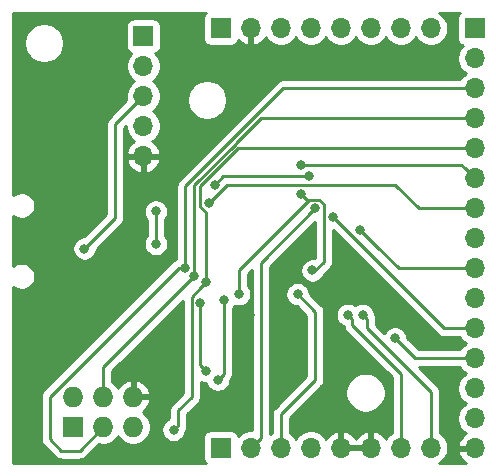
<source format=gbl>
G04 #@! TF.GenerationSoftware,KiCad,Pcbnew,(5.1.5)-3*
G04 #@! TF.CreationDate,2020-07-03T19:02:18-05:00*
G04 #@! TF.ProjectId,PikateaTPM,50696b61-7465-4615-9450-4d2e6b696361,rev?*
G04 #@! TF.SameCoordinates,Original*
G04 #@! TF.FileFunction,Copper,L2,Bot*
G04 #@! TF.FilePolarity,Positive*
%FSLAX46Y46*%
G04 Gerber Fmt 4.6, Leading zero omitted, Abs format (unit mm)*
G04 Created by KiCad (PCBNEW (5.1.5)-3) date 2020-07-03 19:02:18*
%MOMM*%
%LPD*%
G04 APERTURE LIST*
%ADD10O,1.700000X1.700000*%
%ADD11R,1.700000X1.700000*%
%ADD12O,1.727200X1.727200*%
%ADD13R,1.727200X1.727200*%
%ADD14C,0.800000*%
%ADD15C,0.250000*%
%ADD16C,0.254000*%
G04 APERTURE END LIST*
D10*
X128200000Y-105560000D03*
X128200000Y-103020000D03*
X128200000Y-100480000D03*
X128200000Y-97940000D03*
D11*
X128200000Y-95400000D03*
D10*
X156250000Y-130310000D03*
X156250000Y-127770000D03*
X156250000Y-125230000D03*
X156250000Y-122690000D03*
X156250000Y-120150000D03*
X156250000Y-117610000D03*
X156250000Y-115070000D03*
X156250000Y-112530000D03*
X156250000Y-109990000D03*
X156250000Y-107450000D03*
X156250000Y-104910000D03*
X156250000Y-102370000D03*
X156250000Y-99830000D03*
X156250000Y-97290000D03*
D11*
X156250000Y-94750000D03*
D12*
X127330000Y-125960000D03*
X127330000Y-128500000D03*
X124790000Y-125960000D03*
X124790000Y-128500000D03*
X122250000Y-125960000D03*
D13*
X122250000Y-128500000D03*
D10*
X152530000Y-94750000D03*
X149990000Y-94750000D03*
X147450000Y-94750000D03*
X144910000Y-94750000D03*
X142370000Y-94750000D03*
X139830000Y-94750000D03*
X137290000Y-94750000D03*
D11*
X134750000Y-94750000D03*
D10*
X152530000Y-130250000D03*
X149990000Y-130250000D03*
X147450000Y-130250000D03*
X144910000Y-130250000D03*
X142370000Y-130250000D03*
X139830000Y-130250000D03*
X137290000Y-130250000D03*
D11*
X134750000Y-130250000D03*
D14*
X137237347Y-119012653D03*
X139750000Y-123250000D03*
X123000000Y-111500000D03*
X126220000Y-113280000D03*
X136750000Y-124500000D03*
X131000000Y-123500000D03*
X129500000Y-123500000D03*
X124500000Y-117000000D03*
X128200000Y-108200000D03*
X134237347Y-107987347D03*
X142250000Y-107250000D03*
X136274550Y-117250866D03*
X142500000Y-115250000D03*
X141500000Y-108750000D03*
X129250000Y-110250000D03*
X129250000Y-113000000D03*
X123200000Y-113400000D03*
X132500000Y-115750000D03*
X133500000Y-116250000D03*
X130750000Y-128750000D03*
X131750000Y-115000000D03*
X141535473Y-106285473D03*
X135012653Y-117762653D03*
X134500000Y-124500000D03*
X146750000Y-119000000D03*
X145500000Y-119000000D03*
X149500000Y-121000000D03*
X144250000Y-110750000D03*
X133750000Y-109500000D03*
X146550000Y-111805000D03*
X133000000Y-118000000D03*
X133500000Y-123750000D03*
X141250000Y-117250000D03*
X142750000Y-110000000D03*
D15*
X134237347Y-107987347D02*
X134974694Y-107250000D01*
X134974694Y-107250000D02*
X140500000Y-107250000D01*
X140500000Y-107250000D02*
X142250000Y-107250000D01*
X136274550Y-117250866D02*
X136274550Y-115225450D01*
X143098001Y-109274999D02*
X143475001Y-109651999D01*
X143475001Y-109651999D02*
X143475001Y-114524999D01*
X136274550Y-115225450D02*
X142225001Y-109274999D01*
X142225001Y-109274999D02*
X143098001Y-109274999D01*
X143475001Y-114524999D02*
X142750000Y-115250000D01*
X142750000Y-115250000D02*
X142500000Y-115250000D01*
X142225001Y-109274999D02*
X142024999Y-109274999D01*
X142024999Y-109274999D02*
X141500000Y-108750000D01*
X129250000Y-110250000D02*
X129250000Y-113000000D01*
X135012653Y-94432653D02*
X134830000Y-94250000D01*
X123200000Y-113400000D02*
X125800000Y-110800000D01*
X125800000Y-102880000D02*
X128200000Y-100480000D01*
X125800000Y-110800000D02*
X125800000Y-102880000D01*
X124790000Y-123460000D02*
X124790000Y-125960000D01*
X132500000Y-115750000D02*
X124790000Y-123460000D01*
X132500000Y-109040588D02*
X132500000Y-115750000D01*
X156250000Y-102370000D02*
X138130000Y-102370000D01*
X138130000Y-102370000D02*
X136000000Y-104500000D01*
X136000000Y-104500000D02*
X136000000Y-104515282D01*
X136000000Y-104515282D02*
X132500000Y-108015282D01*
X132500000Y-108015282D02*
X132500000Y-109040588D01*
X133100001Y-116649999D02*
X133500000Y-116250000D01*
X132274999Y-117475001D02*
X133100001Y-116649999D01*
X132274999Y-125975001D02*
X132274999Y-117475001D01*
X131149999Y-127100001D02*
X132274999Y-125975001D01*
X131149999Y-128350001D02*
X131149999Y-127100001D01*
X130750000Y-128750000D02*
X131149999Y-128350001D01*
X133500000Y-110323002D02*
X133500000Y-116250000D01*
X133024999Y-109848001D02*
X133500000Y-110323002D01*
X133024999Y-108126693D02*
X133024999Y-109848001D01*
X136241692Y-104910000D02*
X133024999Y-108126693D01*
X156250000Y-104910000D02*
X136241692Y-104910000D01*
X124790000Y-128500000D02*
X122790000Y-130500000D01*
X122790000Y-130500000D02*
X121250000Y-130500000D01*
X121250000Y-130500000D02*
X120250000Y-129500000D01*
X131184315Y-115000000D02*
X131750000Y-115000000D01*
X120250000Y-125934315D02*
X131184315Y-115000000D01*
X120250000Y-129500000D02*
X120250000Y-125934315D01*
X131750000Y-109154178D02*
X131750000Y-115000000D01*
X140033590Y-99830000D02*
X131750000Y-108113590D01*
X131750000Y-108113590D02*
X131750000Y-109154178D01*
X156250000Y-99830000D02*
X140033590Y-99830000D01*
X155400001Y-106600001D02*
X156250000Y-107450000D01*
X155085473Y-106285473D02*
X155400001Y-106600001D01*
X141535473Y-106285473D02*
X155085473Y-106285473D01*
X135012653Y-117762653D02*
X135012653Y-123987347D01*
X135012653Y-123987347D02*
X134500000Y-124500000D01*
X147149999Y-119399999D02*
X147149999Y-120149999D01*
X146750000Y-119000000D02*
X147149999Y-119399999D01*
X152530000Y-125530000D02*
X152530000Y-130250000D01*
X147149999Y-120149999D02*
X152530000Y-125530000D01*
X145899999Y-119399999D02*
X145899999Y-119899999D01*
X145500000Y-119000000D02*
X145899999Y-119399999D01*
X149990000Y-123990000D02*
X149990000Y-130250000D01*
X145899999Y-119899999D02*
X149990000Y-123990000D01*
X151190000Y-122690000D02*
X156250000Y-122690000D01*
X149500000Y-121000000D02*
X151190000Y-122690000D01*
X153650000Y-120150000D02*
X156250000Y-120150000D01*
X144250000Y-110750000D02*
X153650000Y-120150000D01*
X133750000Y-109500000D02*
X135250000Y-108000000D01*
X135250000Y-108000000D02*
X149500000Y-108000000D01*
X151490000Y-109990000D02*
X156250000Y-109990000D01*
X149500000Y-108000000D02*
X151490000Y-109990000D01*
X148000000Y-113255000D02*
X146550000Y-111805000D01*
X148000000Y-113255000D02*
X148005000Y-113255000D01*
X149820000Y-115070000D02*
X156250000Y-115070000D01*
X148005000Y-113255000D02*
X149820000Y-115070000D01*
X133000000Y-118000000D02*
X133000000Y-123000000D01*
X133000000Y-123000000D02*
X133000000Y-123250000D01*
X133000000Y-123250000D02*
X133500000Y-123750000D01*
X141250000Y-117250000D02*
X142750000Y-118750000D01*
X142750000Y-118750000D02*
X142750000Y-124500000D01*
X139830000Y-127420000D02*
X139830000Y-130250000D01*
X142750000Y-124500000D02*
X139830000Y-127420000D01*
X138139999Y-129400001D02*
X137290000Y-130250000D01*
X142750000Y-110000000D02*
X138139999Y-114610001D01*
X138139999Y-114610001D02*
X138139999Y-129400001D01*
D16*
G36*
X133448815Y-93448815D02*
G01*
X133369463Y-93545506D01*
X133310498Y-93655820D01*
X133274188Y-93775518D01*
X133261928Y-93900000D01*
X133261928Y-95600000D01*
X133274188Y-95724482D01*
X133310498Y-95844180D01*
X133369463Y-95954494D01*
X133448815Y-96051185D01*
X133545506Y-96130537D01*
X133655820Y-96189502D01*
X133775518Y-96225812D01*
X133900000Y-96238072D01*
X135600000Y-96238072D01*
X135724482Y-96225812D01*
X135844180Y-96189502D01*
X135954494Y-96130537D01*
X136051185Y-96051185D01*
X136130537Y-95954494D01*
X136189502Y-95844180D01*
X136213966Y-95763534D01*
X136289731Y-95847588D01*
X136523080Y-96021641D01*
X136785901Y-96146825D01*
X136933110Y-96191476D01*
X137163000Y-96070155D01*
X137163000Y-94877000D01*
X137143000Y-94877000D01*
X137143000Y-94623000D01*
X137163000Y-94623000D01*
X137163000Y-94603000D01*
X137417000Y-94603000D01*
X137417000Y-94623000D01*
X137437000Y-94623000D01*
X137437000Y-94877000D01*
X137417000Y-94877000D01*
X137417000Y-96070155D01*
X137646890Y-96191476D01*
X137794099Y-96146825D01*
X138056920Y-96021641D01*
X138290269Y-95847588D01*
X138485178Y-95631355D01*
X138554805Y-95514466D01*
X138676525Y-95696632D01*
X138883368Y-95903475D01*
X139126589Y-96065990D01*
X139396842Y-96177932D01*
X139683740Y-96235000D01*
X139976260Y-96235000D01*
X140263158Y-96177932D01*
X140533411Y-96065990D01*
X140776632Y-95903475D01*
X140983475Y-95696632D01*
X141100000Y-95522240D01*
X141216525Y-95696632D01*
X141423368Y-95903475D01*
X141666589Y-96065990D01*
X141936842Y-96177932D01*
X142223740Y-96235000D01*
X142516260Y-96235000D01*
X142803158Y-96177932D01*
X143073411Y-96065990D01*
X143316632Y-95903475D01*
X143523475Y-95696632D01*
X143640000Y-95522240D01*
X143756525Y-95696632D01*
X143963368Y-95903475D01*
X144206589Y-96065990D01*
X144476842Y-96177932D01*
X144763740Y-96235000D01*
X145056260Y-96235000D01*
X145343158Y-96177932D01*
X145613411Y-96065990D01*
X145856632Y-95903475D01*
X146063475Y-95696632D01*
X146180000Y-95522240D01*
X146296525Y-95696632D01*
X146503368Y-95903475D01*
X146746589Y-96065990D01*
X147016842Y-96177932D01*
X147303740Y-96235000D01*
X147596260Y-96235000D01*
X147883158Y-96177932D01*
X148153411Y-96065990D01*
X148396632Y-95903475D01*
X148603475Y-95696632D01*
X148720000Y-95522240D01*
X148836525Y-95696632D01*
X149043368Y-95903475D01*
X149286589Y-96065990D01*
X149556842Y-96177932D01*
X149843740Y-96235000D01*
X150136260Y-96235000D01*
X150423158Y-96177932D01*
X150693411Y-96065990D01*
X150936632Y-95903475D01*
X151143475Y-95696632D01*
X151260000Y-95522240D01*
X151376525Y-95696632D01*
X151583368Y-95903475D01*
X151826589Y-96065990D01*
X152096842Y-96177932D01*
X152383740Y-96235000D01*
X152676260Y-96235000D01*
X152963158Y-96177932D01*
X153233411Y-96065990D01*
X153476632Y-95903475D01*
X153683475Y-95696632D01*
X153845990Y-95453411D01*
X153957932Y-95183158D01*
X154015000Y-94896260D01*
X154015000Y-94603740D01*
X153957932Y-94316842D01*
X153845990Y-94046589D01*
X153683475Y-93803368D01*
X153476632Y-93596525D01*
X153234893Y-93435000D01*
X154965649Y-93435000D01*
X154948815Y-93448815D01*
X154869463Y-93545506D01*
X154810498Y-93655820D01*
X154774188Y-93775518D01*
X154761928Y-93900000D01*
X154761928Y-95600000D01*
X154774188Y-95724482D01*
X154810498Y-95844180D01*
X154869463Y-95954494D01*
X154948815Y-96051185D01*
X155045506Y-96130537D01*
X155155820Y-96189502D01*
X155228380Y-96211513D01*
X155096525Y-96343368D01*
X154934010Y-96586589D01*
X154822068Y-96856842D01*
X154765000Y-97143740D01*
X154765000Y-97436260D01*
X154822068Y-97723158D01*
X154934010Y-97993411D01*
X155096525Y-98236632D01*
X155303368Y-98443475D01*
X155477760Y-98560000D01*
X155303368Y-98676525D01*
X155096525Y-98883368D01*
X154971822Y-99070000D01*
X140070912Y-99070000D01*
X140033589Y-99066324D01*
X139996266Y-99070000D01*
X139996257Y-99070000D01*
X139884604Y-99080997D01*
X139741343Y-99124454D01*
X139609314Y-99195026D01*
X139493589Y-99289999D01*
X139469791Y-99318997D01*
X131239003Y-107549786D01*
X131209999Y-107573589D01*
X131154871Y-107640764D01*
X131115026Y-107689314D01*
X131097002Y-107723035D01*
X131044454Y-107821344D01*
X131000997Y-107964605D01*
X130990000Y-108076258D01*
X130990000Y-108076268D01*
X130986324Y-108113590D01*
X130990000Y-108150913D01*
X130990001Y-109116837D01*
X130990000Y-109116846D01*
X130990001Y-114264747D01*
X130892068Y-114294454D01*
X130760039Y-114365026D01*
X130644314Y-114459999D01*
X130620516Y-114488997D01*
X119738998Y-125370516D01*
X119710000Y-125394314D01*
X119686202Y-125423312D01*
X119686201Y-125423313D01*
X119615026Y-125510039D01*
X119544454Y-125642069D01*
X119500998Y-125785330D01*
X119486324Y-125934315D01*
X119490001Y-125971647D01*
X119490000Y-129462677D01*
X119486324Y-129500000D01*
X119490000Y-129537322D01*
X119490000Y-129537332D01*
X119500997Y-129648985D01*
X119542256Y-129785000D01*
X119544454Y-129792246D01*
X119615026Y-129924276D01*
X119654871Y-129972826D01*
X119709999Y-130040001D01*
X119739002Y-130063804D01*
X120686201Y-131011003D01*
X120709999Y-131040001D01*
X120738997Y-131063799D01*
X120825724Y-131134974D01*
X120957753Y-131205546D01*
X121101014Y-131249003D01*
X121250000Y-131263677D01*
X121287333Y-131260000D01*
X122752678Y-131260000D01*
X122790000Y-131263676D01*
X122827322Y-131260000D01*
X122827333Y-131260000D01*
X122938986Y-131249003D01*
X123082247Y-131205546D01*
X123214276Y-131134974D01*
X123330001Y-131040001D01*
X123353804Y-131010997D01*
X124412026Y-129952776D01*
X124642401Y-129998600D01*
X124937599Y-129998600D01*
X125227125Y-129941010D01*
X125499853Y-129828042D01*
X125745302Y-129664039D01*
X125954039Y-129455302D01*
X126060000Y-129296719D01*
X126165961Y-129455302D01*
X126374698Y-129664039D01*
X126620147Y-129828042D01*
X126892875Y-129941010D01*
X127182401Y-129998600D01*
X127477599Y-129998600D01*
X127767125Y-129941010D01*
X128039853Y-129828042D01*
X128285302Y-129664039D01*
X128494039Y-129455302D01*
X128658042Y-129209853D01*
X128771010Y-128937125D01*
X128828600Y-128647599D01*
X128828600Y-128352401D01*
X128771010Y-128062875D01*
X128658042Y-127790147D01*
X128494039Y-127544698D01*
X128285302Y-127335961D01*
X128124187Y-127228308D01*
X128340293Y-127066854D01*
X128536817Y-126848488D01*
X128686964Y-126595978D01*
X128784963Y-126319027D01*
X128664464Y-126087000D01*
X127457000Y-126087000D01*
X127457000Y-126107000D01*
X127203000Y-126107000D01*
X127203000Y-126087000D01*
X127183000Y-126087000D01*
X127183000Y-125833000D01*
X127203000Y-125833000D01*
X127203000Y-124626183D01*
X127457000Y-124626183D01*
X127457000Y-125833000D01*
X128664464Y-125833000D01*
X128784963Y-125600973D01*
X128686964Y-125324022D01*
X128536817Y-125071512D01*
X128340293Y-124853146D01*
X128104944Y-124677316D01*
X127839814Y-124550778D01*
X127689026Y-124505042D01*
X127457000Y-124626183D01*
X127203000Y-124626183D01*
X126970974Y-124505042D01*
X126820186Y-124550778D01*
X126555056Y-124677316D01*
X126319707Y-124853146D01*
X126123183Y-125071512D01*
X126064559Y-125170103D01*
X125954039Y-125004698D01*
X125745302Y-124795961D01*
X125550000Y-124665465D01*
X125550000Y-123774801D01*
X131515000Y-117809802D01*
X131514999Y-125660199D01*
X130638997Y-126536202D01*
X130609999Y-126560000D01*
X130586201Y-126588998D01*
X130586200Y-126588999D01*
X130515025Y-126675725D01*
X130444453Y-126807755D01*
X130422539Y-126879999D01*
X130400997Y-126951015D01*
X130391553Y-127046898D01*
X130386323Y-127100001D01*
X130390000Y-127137333D01*
X130389999Y-127778841D01*
X130259744Y-127832795D01*
X130090226Y-127946063D01*
X129946063Y-128090226D01*
X129832795Y-128259744D01*
X129754774Y-128448102D01*
X129715000Y-128648061D01*
X129715000Y-128851939D01*
X129754774Y-129051898D01*
X129832795Y-129240256D01*
X129946063Y-129409774D01*
X130090226Y-129553937D01*
X130259744Y-129667205D01*
X130448102Y-129745226D01*
X130648061Y-129785000D01*
X130851939Y-129785000D01*
X131051898Y-129745226D01*
X131240256Y-129667205D01*
X131409774Y-129553937D01*
X131553937Y-129409774D01*
X131667205Y-129240256D01*
X131745226Y-129051898D01*
X131785000Y-128851939D01*
X131785000Y-128774226D01*
X131855545Y-128642248D01*
X131899002Y-128498987D01*
X131909999Y-128387334D01*
X131909999Y-128387324D01*
X131913675Y-128350002D01*
X131909999Y-128312679D01*
X131909999Y-127414802D01*
X132786003Y-126538799D01*
X132815000Y-126515002D01*
X132909973Y-126399277D01*
X132980545Y-126267248D01*
X133024002Y-126123987D01*
X133034999Y-126012334D01*
X133034999Y-126012325D01*
X133038675Y-125975002D01*
X133034999Y-125937679D01*
X133034999Y-124677666D01*
X133198102Y-124745226D01*
X133398061Y-124785000D01*
X133501413Y-124785000D01*
X133504774Y-124801898D01*
X133582795Y-124990256D01*
X133696063Y-125159774D01*
X133840226Y-125303937D01*
X134009744Y-125417205D01*
X134198102Y-125495226D01*
X134398061Y-125535000D01*
X134601939Y-125535000D01*
X134801898Y-125495226D01*
X134990256Y-125417205D01*
X135159774Y-125303937D01*
X135303937Y-125159774D01*
X135417205Y-124990256D01*
X135495226Y-124801898D01*
X135535000Y-124601939D01*
X135535000Y-124541836D01*
X135552654Y-124527348D01*
X135647627Y-124411623D01*
X135718199Y-124279594D01*
X135761656Y-124136333D01*
X135772653Y-124024680D01*
X135772653Y-124024670D01*
X135776329Y-123987347D01*
X135772653Y-123950024D01*
X135772653Y-118466364D01*
X135816590Y-118422427D01*
X135929858Y-118252909D01*
X135938535Y-118231960D01*
X135972652Y-118246092D01*
X136172611Y-118285866D01*
X136376489Y-118285866D01*
X136576448Y-118246092D01*
X136764806Y-118168071D01*
X136934324Y-118054803D01*
X137078487Y-117910640D01*
X137191755Y-117741122D01*
X137269776Y-117552764D01*
X137309550Y-117352805D01*
X137309550Y-117148927D01*
X137269776Y-116948968D01*
X137191755Y-116760610D01*
X137078487Y-116591092D01*
X137034550Y-116547155D01*
X137034550Y-115540251D01*
X137379999Y-115194802D01*
X137380000Y-128765000D01*
X137143740Y-128765000D01*
X136856842Y-128822068D01*
X136586589Y-128934010D01*
X136343368Y-129096525D01*
X136211513Y-129228380D01*
X136189502Y-129155820D01*
X136130537Y-129045506D01*
X136051185Y-128948815D01*
X135954494Y-128869463D01*
X135844180Y-128810498D01*
X135724482Y-128774188D01*
X135600000Y-128761928D01*
X133900000Y-128761928D01*
X133775518Y-128774188D01*
X133655820Y-128810498D01*
X133545506Y-128869463D01*
X133448815Y-128948815D01*
X133369463Y-129045506D01*
X133310498Y-129155820D01*
X133274188Y-129275518D01*
X133261928Y-129400000D01*
X133261928Y-131100000D01*
X133274188Y-131224482D01*
X133310498Y-131344180D01*
X133369463Y-131454494D01*
X133448815Y-131551185D01*
X133465649Y-131565000D01*
X117185000Y-131565000D01*
X117185000Y-116637305D01*
X117362376Y-116755824D01*
X117568933Y-116841383D01*
X117788212Y-116885000D01*
X118011788Y-116885000D01*
X118231067Y-116841383D01*
X118437624Y-116755824D01*
X118623520Y-116631612D01*
X118781612Y-116473520D01*
X118905824Y-116287624D01*
X118991383Y-116081067D01*
X119035000Y-115861788D01*
X119035000Y-115638212D01*
X118991383Y-115418933D01*
X118905824Y-115212376D01*
X118781612Y-115026480D01*
X118623520Y-114868388D01*
X118437624Y-114744176D01*
X118231067Y-114658617D01*
X118011788Y-114615000D01*
X117788212Y-114615000D01*
X117568933Y-114658617D01*
X117362376Y-114744176D01*
X117185000Y-114862695D01*
X117185000Y-113298061D01*
X122165000Y-113298061D01*
X122165000Y-113501939D01*
X122204774Y-113701898D01*
X122282795Y-113890256D01*
X122396063Y-114059774D01*
X122540226Y-114203937D01*
X122709744Y-114317205D01*
X122898102Y-114395226D01*
X123098061Y-114435000D01*
X123301939Y-114435000D01*
X123501898Y-114395226D01*
X123690256Y-114317205D01*
X123859774Y-114203937D01*
X124003937Y-114059774D01*
X124117205Y-113890256D01*
X124195226Y-113701898D01*
X124235000Y-113501939D01*
X124235000Y-113439801D01*
X126311004Y-111363798D01*
X126340001Y-111340001D01*
X126434974Y-111224276D01*
X126505546Y-111092247D01*
X126549003Y-110948986D01*
X126560000Y-110837333D01*
X126560000Y-110837324D01*
X126563676Y-110800001D01*
X126560000Y-110762678D01*
X126560000Y-110148061D01*
X128215000Y-110148061D01*
X128215000Y-110351939D01*
X128254774Y-110551898D01*
X128332795Y-110740256D01*
X128446063Y-110909774D01*
X128490000Y-110953711D01*
X128490001Y-112296288D01*
X128446063Y-112340226D01*
X128332795Y-112509744D01*
X128254774Y-112698102D01*
X128215000Y-112898061D01*
X128215000Y-113101939D01*
X128254774Y-113301898D01*
X128332795Y-113490256D01*
X128446063Y-113659774D01*
X128590226Y-113803937D01*
X128759744Y-113917205D01*
X128948102Y-113995226D01*
X129148061Y-114035000D01*
X129351939Y-114035000D01*
X129551898Y-113995226D01*
X129740256Y-113917205D01*
X129909774Y-113803937D01*
X130053937Y-113659774D01*
X130167205Y-113490256D01*
X130245226Y-113301898D01*
X130285000Y-113101939D01*
X130285000Y-112898061D01*
X130245226Y-112698102D01*
X130167205Y-112509744D01*
X130053937Y-112340226D01*
X130010000Y-112296289D01*
X130010000Y-110953711D01*
X130053937Y-110909774D01*
X130167205Y-110740256D01*
X130245226Y-110551898D01*
X130285000Y-110351939D01*
X130285000Y-110148061D01*
X130245226Y-109948102D01*
X130167205Y-109759744D01*
X130053937Y-109590226D01*
X129909774Y-109446063D01*
X129740256Y-109332795D01*
X129551898Y-109254774D01*
X129351939Y-109215000D01*
X129148061Y-109215000D01*
X128948102Y-109254774D01*
X128759744Y-109332795D01*
X128590226Y-109446063D01*
X128446063Y-109590226D01*
X128332795Y-109759744D01*
X128254774Y-109948102D01*
X128215000Y-110148061D01*
X126560000Y-110148061D01*
X126560000Y-105916890D01*
X126758524Y-105916890D01*
X126803175Y-106064099D01*
X126928359Y-106326920D01*
X127102412Y-106560269D01*
X127318645Y-106755178D01*
X127568748Y-106904157D01*
X127843109Y-107001481D01*
X128073000Y-106880814D01*
X128073000Y-105687000D01*
X128327000Y-105687000D01*
X128327000Y-106880814D01*
X128556891Y-107001481D01*
X128831252Y-106904157D01*
X129081355Y-106755178D01*
X129297588Y-106560269D01*
X129471641Y-106326920D01*
X129596825Y-106064099D01*
X129641476Y-105916890D01*
X129520155Y-105687000D01*
X128327000Y-105687000D01*
X128073000Y-105687000D01*
X126879845Y-105687000D01*
X126758524Y-105916890D01*
X126560000Y-105916890D01*
X126560000Y-103194801D01*
X126715000Y-103039801D01*
X126715000Y-103166260D01*
X126772068Y-103453158D01*
X126884010Y-103723411D01*
X127046525Y-103966632D01*
X127253368Y-104173475D01*
X127435534Y-104295195D01*
X127318645Y-104364822D01*
X127102412Y-104559731D01*
X126928359Y-104793080D01*
X126803175Y-105055901D01*
X126758524Y-105203110D01*
X126879845Y-105433000D01*
X128073000Y-105433000D01*
X128073000Y-105413000D01*
X128327000Y-105413000D01*
X128327000Y-105433000D01*
X129520155Y-105433000D01*
X129641476Y-105203110D01*
X129596825Y-105055901D01*
X129471641Y-104793080D01*
X129297588Y-104559731D01*
X129081355Y-104364822D01*
X128964466Y-104295195D01*
X129146632Y-104173475D01*
X129353475Y-103966632D01*
X129515990Y-103723411D01*
X129627932Y-103453158D01*
X129685000Y-103166260D01*
X129685000Y-102873740D01*
X129627932Y-102586842D01*
X129515990Y-102316589D01*
X129353475Y-102073368D01*
X129146632Y-101866525D01*
X128972240Y-101750000D01*
X129146632Y-101633475D01*
X129353475Y-101426632D01*
X129515990Y-101183411D01*
X129627932Y-100913158D01*
X129683682Y-100632881D01*
X131903210Y-100632881D01*
X131903210Y-100967119D01*
X131968417Y-101294935D01*
X132096324Y-101603731D01*
X132282017Y-101881641D01*
X132518359Y-102117983D01*
X132796269Y-102303676D01*
X133105065Y-102431583D01*
X133432881Y-102496790D01*
X133767119Y-102496790D01*
X134094935Y-102431583D01*
X134403731Y-102303676D01*
X134681641Y-102117983D01*
X134917983Y-101881641D01*
X135103676Y-101603731D01*
X135231583Y-101294935D01*
X135296790Y-100967119D01*
X135296790Y-100632881D01*
X135231583Y-100305065D01*
X135103676Y-99996269D01*
X134917983Y-99718359D01*
X134681641Y-99482017D01*
X134403731Y-99296324D01*
X134094935Y-99168417D01*
X133767119Y-99103210D01*
X133432881Y-99103210D01*
X133105065Y-99168417D01*
X132796269Y-99296324D01*
X132518359Y-99482017D01*
X132282017Y-99718359D01*
X132096324Y-99996269D01*
X131968417Y-100305065D01*
X131903210Y-100632881D01*
X129683682Y-100632881D01*
X129685000Y-100626260D01*
X129685000Y-100333740D01*
X129627932Y-100046842D01*
X129515990Y-99776589D01*
X129353475Y-99533368D01*
X129146632Y-99326525D01*
X128972240Y-99210000D01*
X129146632Y-99093475D01*
X129353475Y-98886632D01*
X129515990Y-98643411D01*
X129627932Y-98373158D01*
X129685000Y-98086260D01*
X129685000Y-97793740D01*
X129627932Y-97506842D01*
X129515990Y-97236589D01*
X129353475Y-96993368D01*
X129221620Y-96861513D01*
X129294180Y-96839502D01*
X129404494Y-96780537D01*
X129501185Y-96701185D01*
X129580537Y-96604494D01*
X129639502Y-96494180D01*
X129675812Y-96374482D01*
X129688072Y-96250000D01*
X129688072Y-94550000D01*
X129675812Y-94425518D01*
X129639502Y-94305820D01*
X129580537Y-94195506D01*
X129501185Y-94098815D01*
X129404494Y-94019463D01*
X129294180Y-93960498D01*
X129174482Y-93924188D01*
X129050000Y-93911928D01*
X127350000Y-93911928D01*
X127225518Y-93924188D01*
X127105820Y-93960498D01*
X126995506Y-94019463D01*
X126898815Y-94098815D01*
X126819463Y-94195506D01*
X126760498Y-94305820D01*
X126724188Y-94425518D01*
X126711928Y-94550000D01*
X126711928Y-96250000D01*
X126724188Y-96374482D01*
X126760498Y-96494180D01*
X126819463Y-96604494D01*
X126898815Y-96701185D01*
X126995506Y-96780537D01*
X127105820Y-96839502D01*
X127178380Y-96861513D01*
X127046525Y-96993368D01*
X126884010Y-97236589D01*
X126772068Y-97506842D01*
X126715000Y-97793740D01*
X126715000Y-98086260D01*
X126772068Y-98373158D01*
X126884010Y-98643411D01*
X127046525Y-98886632D01*
X127253368Y-99093475D01*
X127427760Y-99210000D01*
X127253368Y-99326525D01*
X127046525Y-99533368D01*
X126884010Y-99776589D01*
X126772068Y-100046842D01*
X126715000Y-100333740D01*
X126715000Y-100626260D01*
X126758790Y-100846408D01*
X125288998Y-102316201D01*
X125260000Y-102339999D01*
X125236202Y-102368997D01*
X125236201Y-102368998D01*
X125165026Y-102455724D01*
X125094454Y-102587754D01*
X125050998Y-102731015D01*
X125036324Y-102880000D01*
X125040001Y-102917332D01*
X125040000Y-110485198D01*
X123160199Y-112365000D01*
X123098061Y-112365000D01*
X122898102Y-112404774D01*
X122709744Y-112482795D01*
X122540226Y-112596063D01*
X122396063Y-112740226D01*
X122282795Y-112909744D01*
X122204774Y-113098102D01*
X122165000Y-113298061D01*
X117185000Y-113298061D01*
X117185000Y-110637305D01*
X117362376Y-110755824D01*
X117568933Y-110841383D01*
X117788212Y-110885000D01*
X118011788Y-110885000D01*
X118231067Y-110841383D01*
X118437624Y-110755824D01*
X118623520Y-110631612D01*
X118781612Y-110473520D01*
X118905824Y-110287624D01*
X118991383Y-110081067D01*
X119035000Y-109861788D01*
X119035000Y-109638212D01*
X118991383Y-109418933D01*
X118905824Y-109212376D01*
X118781612Y-109026480D01*
X118623520Y-108868388D01*
X118437624Y-108744176D01*
X118231067Y-108658617D01*
X118011788Y-108615000D01*
X117788212Y-108615000D01*
X117568933Y-108658617D01*
X117362376Y-108744176D01*
X117185000Y-108862695D01*
X117185000Y-95832881D01*
X118103210Y-95832881D01*
X118103210Y-96167119D01*
X118168417Y-96494935D01*
X118296324Y-96803731D01*
X118482017Y-97081641D01*
X118718359Y-97317983D01*
X118996269Y-97503676D01*
X119305065Y-97631583D01*
X119632881Y-97696790D01*
X119967119Y-97696790D01*
X120294935Y-97631583D01*
X120603731Y-97503676D01*
X120881641Y-97317983D01*
X121117983Y-97081641D01*
X121303676Y-96803731D01*
X121431583Y-96494935D01*
X121496790Y-96167119D01*
X121496790Y-95832881D01*
X121431583Y-95505065D01*
X121303676Y-95196269D01*
X121117983Y-94918359D01*
X120881641Y-94682017D01*
X120603731Y-94496324D01*
X120294935Y-94368417D01*
X119967119Y-94303210D01*
X119632881Y-94303210D01*
X119305065Y-94368417D01*
X118996269Y-94496324D01*
X118718359Y-94682017D01*
X118482017Y-94918359D01*
X118296324Y-95196269D01*
X118168417Y-95505065D01*
X118103210Y-95832881D01*
X117185000Y-95832881D01*
X117185000Y-93435000D01*
X133465649Y-93435000D01*
X133448815Y-93448815D01*
G37*
X133448815Y-93448815D02*
X133369463Y-93545506D01*
X133310498Y-93655820D01*
X133274188Y-93775518D01*
X133261928Y-93900000D01*
X133261928Y-95600000D01*
X133274188Y-95724482D01*
X133310498Y-95844180D01*
X133369463Y-95954494D01*
X133448815Y-96051185D01*
X133545506Y-96130537D01*
X133655820Y-96189502D01*
X133775518Y-96225812D01*
X133900000Y-96238072D01*
X135600000Y-96238072D01*
X135724482Y-96225812D01*
X135844180Y-96189502D01*
X135954494Y-96130537D01*
X136051185Y-96051185D01*
X136130537Y-95954494D01*
X136189502Y-95844180D01*
X136213966Y-95763534D01*
X136289731Y-95847588D01*
X136523080Y-96021641D01*
X136785901Y-96146825D01*
X136933110Y-96191476D01*
X137163000Y-96070155D01*
X137163000Y-94877000D01*
X137143000Y-94877000D01*
X137143000Y-94623000D01*
X137163000Y-94623000D01*
X137163000Y-94603000D01*
X137417000Y-94603000D01*
X137417000Y-94623000D01*
X137437000Y-94623000D01*
X137437000Y-94877000D01*
X137417000Y-94877000D01*
X137417000Y-96070155D01*
X137646890Y-96191476D01*
X137794099Y-96146825D01*
X138056920Y-96021641D01*
X138290269Y-95847588D01*
X138485178Y-95631355D01*
X138554805Y-95514466D01*
X138676525Y-95696632D01*
X138883368Y-95903475D01*
X139126589Y-96065990D01*
X139396842Y-96177932D01*
X139683740Y-96235000D01*
X139976260Y-96235000D01*
X140263158Y-96177932D01*
X140533411Y-96065990D01*
X140776632Y-95903475D01*
X140983475Y-95696632D01*
X141100000Y-95522240D01*
X141216525Y-95696632D01*
X141423368Y-95903475D01*
X141666589Y-96065990D01*
X141936842Y-96177932D01*
X142223740Y-96235000D01*
X142516260Y-96235000D01*
X142803158Y-96177932D01*
X143073411Y-96065990D01*
X143316632Y-95903475D01*
X143523475Y-95696632D01*
X143640000Y-95522240D01*
X143756525Y-95696632D01*
X143963368Y-95903475D01*
X144206589Y-96065990D01*
X144476842Y-96177932D01*
X144763740Y-96235000D01*
X145056260Y-96235000D01*
X145343158Y-96177932D01*
X145613411Y-96065990D01*
X145856632Y-95903475D01*
X146063475Y-95696632D01*
X146180000Y-95522240D01*
X146296525Y-95696632D01*
X146503368Y-95903475D01*
X146746589Y-96065990D01*
X147016842Y-96177932D01*
X147303740Y-96235000D01*
X147596260Y-96235000D01*
X147883158Y-96177932D01*
X148153411Y-96065990D01*
X148396632Y-95903475D01*
X148603475Y-95696632D01*
X148720000Y-95522240D01*
X148836525Y-95696632D01*
X149043368Y-95903475D01*
X149286589Y-96065990D01*
X149556842Y-96177932D01*
X149843740Y-96235000D01*
X150136260Y-96235000D01*
X150423158Y-96177932D01*
X150693411Y-96065990D01*
X150936632Y-95903475D01*
X151143475Y-95696632D01*
X151260000Y-95522240D01*
X151376525Y-95696632D01*
X151583368Y-95903475D01*
X151826589Y-96065990D01*
X152096842Y-96177932D01*
X152383740Y-96235000D01*
X152676260Y-96235000D01*
X152963158Y-96177932D01*
X153233411Y-96065990D01*
X153476632Y-95903475D01*
X153683475Y-95696632D01*
X153845990Y-95453411D01*
X153957932Y-95183158D01*
X154015000Y-94896260D01*
X154015000Y-94603740D01*
X153957932Y-94316842D01*
X153845990Y-94046589D01*
X153683475Y-93803368D01*
X153476632Y-93596525D01*
X153234893Y-93435000D01*
X154965649Y-93435000D01*
X154948815Y-93448815D01*
X154869463Y-93545506D01*
X154810498Y-93655820D01*
X154774188Y-93775518D01*
X154761928Y-93900000D01*
X154761928Y-95600000D01*
X154774188Y-95724482D01*
X154810498Y-95844180D01*
X154869463Y-95954494D01*
X154948815Y-96051185D01*
X155045506Y-96130537D01*
X155155820Y-96189502D01*
X155228380Y-96211513D01*
X155096525Y-96343368D01*
X154934010Y-96586589D01*
X154822068Y-96856842D01*
X154765000Y-97143740D01*
X154765000Y-97436260D01*
X154822068Y-97723158D01*
X154934010Y-97993411D01*
X155096525Y-98236632D01*
X155303368Y-98443475D01*
X155477760Y-98560000D01*
X155303368Y-98676525D01*
X155096525Y-98883368D01*
X154971822Y-99070000D01*
X140070912Y-99070000D01*
X140033589Y-99066324D01*
X139996266Y-99070000D01*
X139996257Y-99070000D01*
X139884604Y-99080997D01*
X139741343Y-99124454D01*
X139609314Y-99195026D01*
X139493589Y-99289999D01*
X139469791Y-99318997D01*
X131239003Y-107549786D01*
X131209999Y-107573589D01*
X131154871Y-107640764D01*
X131115026Y-107689314D01*
X131097002Y-107723035D01*
X131044454Y-107821344D01*
X131000997Y-107964605D01*
X130990000Y-108076258D01*
X130990000Y-108076268D01*
X130986324Y-108113590D01*
X130990000Y-108150913D01*
X130990001Y-109116837D01*
X130990000Y-109116846D01*
X130990001Y-114264747D01*
X130892068Y-114294454D01*
X130760039Y-114365026D01*
X130644314Y-114459999D01*
X130620516Y-114488997D01*
X119738998Y-125370516D01*
X119710000Y-125394314D01*
X119686202Y-125423312D01*
X119686201Y-125423313D01*
X119615026Y-125510039D01*
X119544454Y-125642069D01*
X119500998Y-125785330D01*
X119486324Y-125934315D01*
X119490001Y-125971647D01*
X119490000Y-129462677D01*
X119486324Y-129500000D01*
X119490000Y-129537322D01*
X119490000Y-129537332D01*
X119500997Y-129648985D01*
X119542256Y-129785000D01*
X119544454Y-129792246D01*
X119615026Y-129924276D01*
X119654871Y-129972826D01*
X119709999Y-130040001D01*
X119739002Y-130063804D01*
X120686201Y-131011003D01*
X120709999Y-131040001D01*
X120738997Y-131063799D01*
X120825724Y-131134974D01*
X120957753Y-131205546D01*
X121101014Y-131249003D01*
X121250000Y-131263677D01*
X121287333Y-131260000D01*
X122752678Y-131260000D01*
X122790000Y-131263676D01*
X122827322Y-131260000D01*
X122827333Y-131260000D01*
X122938986Y-131249003D01*
X123082247Y-131205546D01*
X123214276Y-131134974D01*
X123330001Y-131040001D01*
X123353804Y-131010997D01*
X124412026Y-129952776D01*
X124642401Y-129998600D01*
X124937599Y-129998600D01*
X125227125Y-129941010D01*
X125499853Y-129828042D01*
X125745302Y-129664039D01*
X125954039Y-129455302D01*
X126060000Y-129296719D01*
X126165961Y-129455302D01*
X126374698Y-129664039D01*
X126620147Y-129828042D01*
X126892875Y-129941010D01*
X127182401Y-129998600D01*
X127477599Y-129998600D01*
X127767125Y-129941010D01*
X128039853Y-129828042D01*
X128285302Y-129664039D01*
X128494039Y-129455302D01*
X128658042Y-129209853D01*
X128771010Y-128937125D01*
X128828600Y-128647599D01*
X128828600Y-128352401D01*
X128771010Y-128062875D01*
X128658042Y-127790147D01*
X128494039Y-127544698D01*
X128285302Y-127335961D01*
X128124187Y-127228308D01*
X128340293Y-127066854D01*
X128536817Y-126848488D01*
X128686964Y-126595978D01*
X128784963Y-126319027D01*
X128664464Y-126087000D01*
X127457000Y-126087000D01*
X127457000Y-126107000D01*
X127203000Y-126107000D01*
X127203000Y-126087000D01*
X127183000Y-126087000D01*
X127183000Y-125833000D01*
X127203000Y-125833000D01*
X127203000Y-124626183D01*
X127457000Y-124626183D01*
X127457000Y-125833000D01*
X128664464Y-125833000D01*
X128784963Y-125600973D01*
X128686964Y-125324022D01*
X128536817Y-125071512D01*
X128340293Y-124853146D01*
X128104944Y-124677316D01*
X127839814Y-124550778D01*
X127689026Y-124505042D01*
X127457000Y-124626183D01*
X127203000Y-124626183D01*
X126970974Y-124505042D01*
X126820186Y-124550778D01*
X126555056Y-124677316D01*
X126319707Y-124853146D01*
X126123183Y-125071512D01*
X126064559Y-125170103D01*
X125954039Y-125004698D01*
X125745302Y-124795961D01*
X125550000Y-124665465D01*
X125550000Y-123774801D01*
X131515000Y-117809802D01*
X131514999Y-125660199D01*
X130638997Y-126536202D01*
X130609999Y-126560000D01*
X130586201Y-126588998D01*
X130586200Y-126588999D01*
X130515025Y-126675725D01*
X130444453Y-126807755D01*
X130422539Y-126879999D01*
X130400997Y-126951015D01*
X130391553Y-127046898D01*
X130386323Y-127100001D01*
X130390000Y-127137333D01*
X130389999Y-127778841D01*
X130259744Y-127832795D01*
X130090226Y-127946063D01*
X129946063Y-128090226D01*
X129832795Y-128259744D01*
X129754774Y-128448102D01*
X129715000Y-128648061D01*
X129715000Y-128851939D01*
X129754774Y-129051898D01*
X129832795Y-129240256D01*
X129946063Y-129409774D01*
X130090226Y-129553937D01*
X130259744Y-129667205D01*
X130448102Y-129745226D01*
X130648061Y-129785000D01*
X130851939Y-129785000D01*
X131051898Y-129745226D01*
X131240256Y-129667205D01*
X131409774Y-129553937D01*
X131553937Y-129409774D01*
X131667205Y-129240256D01*
X131745226Y-129051898D01*
X131785000Y-128851939D01*
X131785000Y-128774226D01*
X131855545Y-128642248D01*
X131899002Y-128498987D01*
X131909999Y-128387334D01*
X131909999Y-128387324D01*
X131913675Y-128350002D01*
X131909999Y-128312679D01*
X131909999Y-127414802D01*
X132786003Y-126538799D01*
X132815000Y-126515002D01*
X132909973Y-126399277D01*
X132980545Y-126267248D01*
X133024002Y-126123987D01*
X133034999Y-126012334D01*
X133034999Y-126012325D01*
X133038675Y-125975002D01*
X133034999Y-125937679D01*
X133034999Y-124677666D01*
X133198102Y-124745226D01*
X133398061Y-124785000D01*
X133501413Y-124785000D01*
X133504774Y-124801898D01*
X133582795Y-124990256D01*
X133696063Y-125159774D01*
X133840226Y-125303937D01*
X134009744Y-125417205D01*
X134198102Y-125495226D01*
X134398061Y-125535000D01*
X134601939Y-125535000D01*
X134801898Y-125495226D01*
X134990256Y-125417205D01*
X135159774Y-125303937D01*
X135303937Y-125159774D01*
X135417205Y-124990256D01*
X135495226Y-124801898D01*
X135535000Y-124601939D01*
X135535000Y-124541836D01*
X135552654Y-124527348D01*
X135647627Y-124411623D01*
X135718199Y-124279594D01*
X135761656Y-124136333D01*
X135772653Y-124024680D01*
X135772653Y-124024670D01*
X135776329Y-123987347D01*
X135772653Y-123950024D01*
X135772653Y-118466364D01*
X135816590Y-118422427D01*
X135929858Y-118252909D01*
X135938535Y-118231960D01*
X135972652Y-118246092D01*
X136172611Y-118285866D01*
X136376489Y-118285866D01*
X136576448Y-118246092D01*
X136764806Y-118168071D01*
X136934324Y-118054803D01*
X137078487Y-117910640D01*
X137191755Y-117741122D01*
X137269776Y-117552764D01*
X137309550Y-117352805D01*
X137309550Y-117148927D01*
X137269776Y-116948968D01*
X137191755Y-116760610D01*
X137078487Y-116591092D01*
X137034550Y-116547155D01*
X137034550Y-115540251D01*
X137379999Y-115194802D01*
X137380000Y-128765000D01*
X137143740Y-128765000D01*
X136856842Y-128822068D01*
X136586589Y-128934010D01*
X136343368Y-129096525D01*
X136211513Y-129228380D01*
X136189502Y-129155820D01*
X136130537Y-129045506D01*
X136051185Y-128948815D01*
X135954494Y-128869463D01*
X135844180Y-128810498D01*
X135724482Y-128774188D01*
X135600000Y-128761928D01*
X133900000Y-128761928D01*
X133775518Y-128774188D01*
X133655820Y-128810498D01*
X133545506Y-128869463D01*
X133448815Y-128948815D01*
X133369463Y-129045506D01*
X133310498Y-129155820D01*
X133274188Y-129275518D01*
X133261928Y-129400000D01*
X133261928Y-131100000D01*
X133274188Y-131224482D01*
X133310498Y-131344180D01*
X133369463Y-131454494D01*
X133448815Y-131551185D01*
X133465649Y-131565000D01*
X117185000Y-131565000D01*
X117185000Y-116637305D01*
X117362376Y-116755824D01*
X117568933Y-116841383D01*
X117788212Y-116885000D01*
X118011788Y-116885000D01*
X118231067Y-116841383D01*
X118437624Y-116755824D01*
X118623520Y-116631612D01*
X118781612Y-116473520D01*
X118905824Y-116287624D01*
X118991383Y-116081067D01*
X119035000Y-115861788D01*
X119035000Y-115638212D01*
X118991383Y-115418933D01*
X118905824Y-115212376D01*
X118781612Y-115026480D01*
X118623520Y-114868388D01*
X118437624Y-114744176D01*
X118231067Y-114658617D01*
X118011788Y-114615000D01*
X117788212Y-114615000D01*
X117568933Y-114658617D01*
X117362376Y-114744176D01*
X117185000Y-114862695D01*
X117185000Y-113298061D01*
X122165000Y-113298061D01*
X122165000Y-113501939D01*
X122204774Y-113701898D01*
X122282795Y-113890256D01*
X122396063Y-114059774D01*
X122540226Y-114203937D01*
X122709744Y-114317205D01*
X122898102Y-114395226D01*
X123098061Y-114435000D01*
X123301939Y-114435000D01*
X123501898Y-114395226D01*
X123690256Y-114317205D01*
X123859774Y-114203937D01*
X124003937Y-114059774D01*
X124117205Y-113890256D01*
X124195226Y-113701898D01*
X124235000Y-113501939D01*
X124235000Y-113439801D01*
X126311004Y-111363798D01*
X126340001Y-111340001D01*
X126434974Y-111224276D01*
X126505546Y-111092247D01*
X126549003Y-110948986D01*
X126560000Y-110837333D01*
X126560000Y-110837324D01*
X126563676Y-110800001D01*
X126560000Y-110762678D01*
X126560000Y-110148061D01*
X128215000Y-110148061D01*
X128215000Y-110351939D01*
X128254774Y-110551898D01*
X128332795Y-110740256D01*
X128446063Y-110909774D01*
X128490000Y-110953711D01*
X128490001Y-112296288D01*
X128446063Y-112340226D01*
X128332795Y-112509744D01*
X128254774Y-112698102D01*
X128215000Y-112898061D01*
X128215000Y-113101939D01*
X128254774Y-113301898D01*
X128332795Y-113490256D01*
X128446063Y-113659774D01*
X128590226Y-113803937D01*
X128759744Y-113917205D01*
X128948102Y-113995226D01*
X129148061Y-114035000D01*
X129351939Y-114035000D01*
X129551898Y-113995226D01*
X129740256Y-113917205D01*
X129909774Y-113803937D01*
X130053937Y-113659774D01*
X130167205Y-113490256D01*
X130245226Y-113301898D01*
X130285000Y-113101939D01*
X130285000Y-112898061D01*
X130245226Y-112698102D01*
X130167205Y-112509744D01*
X130053937Y-112340226D01*
X130010000Y-112296289D01*
X130010000Y-110953711D01*
X130053937Y-110909774D01*
X130167205Y-110740256D01*
X130245226Y-110551898D01*
X130285000Y-110351939D01*
X130285000Y-110148061D01*
X130245226Y-109948102D01*
X130167205Y-109759744D01*
X130053937Y-109590226D01*
X129909774Y-109446063D01*
X129740256Y-109332795D01*
X129551898Y-109254774D01*
X129351939Y-109215000D01*
X129148061Y-109215000D01*
X128948102Y-109254774D01*
X128759744Y-109332795D01*
X128590226Y-109446063D01*
X128446063Y-109590226D01*
X128332795Y-109759744D01*
X128254774Y-109948102D01*
X128215000Y-110148061D01*
X126560000Y-110148061D01*
X126560000Y-105916890D01*
X126758524Y-105916890D01*
X126803175Y-106064099D01*
X126928359Y-106326920D01*
X127102412Y-106560269D01*
X127318645Y-106755178D01*
X127568748Y-106904157D01*
X127843109Y-107001481D01*
X128073000Y-106880814D01*
X128073000Y-105687000D01*
X128327000Y-105687000D01*
X128327000Y-106880814D01*
X128556891Y-107001481D01*
X128831252Y-106904157D01*
X129081355Y-106755178D01*
X129297588Y-106560269D01*
X129471641Y-106326920D01*
X129596825Y-106064099D01*
X129641476Y-105916890D01*
X129520155Y-105687000D01*
X128327000Y-105687000D01*
X128073000Y-105687000D01*
X126879845Y-105687000D01*
X126758524Y-105916890D01*
X126560000Y-105916890D01*
X126560000Y-103194801D01*
X126715000Y-103039801D01*
X126715000Y-103166260D01*
X126772068Y-103453158D01*
X126884010Y-103723411D01*
X127046525Y-103966632D01*
X127253368Y-104173475D01*
X127435534Y-104295195D01*
X127318645Y-104364822D01*
X127102412Y-104559731D01*
X126928359Y-104793080D01*
X126803175Y-105055901D01*
X126758524Y-105203110D01*
X126879845Y-105433000D01*
X128073000Y-105433000D01*
X128073000Y-105413000D01*
X128327000Y-105413000D01*
X128327000Y-105433000D01*
X129520155Y-105433000D01*
X129641476Y-105203110D01*
X129596825Y-105055901D01*
X129471641Y-104793080D01*
X129297588Y-104559731D01*
X129081355Y-104364822D01*
X128964466Y-104295195D01*
X129146632Y-104173475D01*
X129353475Y-103966632D01*
X129515990Y-103723411D01*
X129627932Y-103453158D01*
X129685000Y-103166260D01*
X129685000Y-102873740D01*
X129627932Y-102586842D01*
X129515990Y-102316589D01*
X129353475Y-102073368D01*
X129146632Y-101866525D01*
X128972240Y-101750000D01*
X129146632Y-101633475D01*
X129353475Y-101426632D01*
X129515990Y-101183411D01*
X129627932Y-100913158D01*
X129683682Y-100632881D01*
X131903210Y-100632881D01*
X131903210Y-100967119D01*
X131968417Y-101294935D01*
X132096324Y-101603731D01*
X132282017Y-101881641D01*
X132518359Y-102117983D01*
X132796269Y-102303676D01*
X133105065Y-102431583D01*
X133432881Y-102496790D01*
X133767119Y-102496790D01*
X134094935Y-102431583D01*
X134403731Y-102303676D01*
X134681641Y-102117983D01*
X134917983Y-101881641D01*
X135103676Y-101603731D01*
X135231583Y-101294935D01*
X135296790Y-100967119D01*
X135296790Y-100632881D01*
X135231583Y-100305065D01*
X135103676Y-99996269D01*
X134917983Y-99718359D01*
X134681641Y-99482017D01*
X134403731Y-99296324D01*
X134094935Y-99168417D01*
X133767119Y-99103210D01*
X133432881Y-99103210D01*
X133105065Y-99168417D01*
X132796269Y-99296324D01*
X132518359Y-99482017D01*
X132282017Y-99718359D01*
X132096324Y-99996269D01*
X131968417Y-100305065D01*
X131903210Y-100632881D01*
X129683682Y-100632881D01*
X129685000Y-100626260D01*
X129685000Y-100333740D01*
X129627932Y-100046842D01*
X129515990Y-99776589D01*
X129353475Y-99533368D01*
X129146632Y-99326525D01*
X128972240Y-99210000D01*
X129146632Y-99093475D01*
X129353475Y-98886632D01*
X129515990Y-98643411D01*
X129627932Y-98373158D01*
X129685000Y-98086260D01*
X129685000Y-97793740D01*
X129627932Y-97506842D01*
X129515990Y-97236589D01*
X129353475Y-96993368D01*
X129221620Y-96861513D01*
X129294180Y-96839502D01*
X129404494Y-96780537D01*
X129501185Y-96701185D01*
X129580537Y-96604494D01*
X129639502Y-96494180D01*
X129675812Y-96374482D01*
X129688072Y-96250000D01*
X129688072Y-94550000D01*
X129675812Y-94425518D01*
X129639502Y-94305820D01*
X129580537Y-94195506D01*
X129501185Y-94098815D01*
X129404494Y-94019463D01*
X129294180Y-93960498D01*
X129174482Y-93924188D01*
X129050000Y-93911928D01*
X127350000Y-93911928D01*
X127225518Y-93924188D01*
X127105820Y-93960498D01*
X126995506Y-94019463D01*
X126898815Y-94098815D01*
X126819463Y-94195506D01*
X126760498Y-94305820D01*
X126724188Y-94425518D01*
X126711928Y-94550000D01*
X126711928Y-96250000D01*
X126724188Y-96374482D01*
X126760498Y-96494180D01*
X126819463Y-96604494D01*
X126898815Y-96701185D01*
X126995506Y-96780537D01*
X127105820Y-96839502D01*
X127178380Y-96861513D01*
X127046525Y-96993368D01*
X126884010Y-97236589D01*
X126772068Y-97506842D01*
X126715000Y-97793740D01*
X126715000Y-98086260D01*
X126772068Y-98373158D01*
X126884010Y-98643411D01*
X127046525Y-98886632D01*
X127253368Y-99093475D01*
X127427760Y-99210000D01*
X127253368Y-99326525D01*
X127046525Y-99533368D01*
X126884010Y-99776589D01*
X126772068Y-100046842D01*
X126715000Y-100333740D01*
X126715000Y-100626260D01*
X126758790Y-100846408D01*
X125288998Y-102316201D01*
X125260000Y-102339999D01*
X125236202Y-102368997D01*
X125236201Y-102368998D01*
X125165026Y-102455724D01*
X125094454Y-102587754D01*
X125050998Y-102731015D01*
X125036324Y-102880000D01*
X125040001Y-102917332D01*
X125040000Y-110485198D01*
X123160199Y-112365000D01*
X123098061Y-112365000D01*
X122898102Y-112404774D01*
X122709744Y-112482795D01*
X122540226Y-112596063D01*
X122396063Y-112740226D01*
X122282795Y-112909744D01*
X122204774Y-113098102D01*
X122165000Y-113298061D01*
X117185000Y-113298061D01*
X117185000Y-110637305D01*
X117362376Y-110755824D01*
X117568933Y-110841383D01*
X117788212Y-110885000D01*
X118011788Y-110885000D01*
X118231067Y-110841383D01*
X118437624Y-110755824D01*
X118623520Y-110631612D01*
X118781612Y-110473520D01*
X118905824Y-110287624D01*
X118991383Y-110081067D01*
X119035000Y-109861788D01*
X119035000Y-109638212D01*
X118991383Y-109418933D01*
X118905824Y-109212376D01*
X118781612Y-109026480D01*
X118623520Y-108868388D01*
X118437624Y-108744176D01*
X118231067Y-108658617D01*
X118011788Y-108615000D01*
X117788212Y-108615000D01*
X117568933Y-108658617D01*
X117362376Y-108744176D01*
X117185000Y-108862695D01*
X117185000Y-95832881D01*
X118103210Y-95832881D01*
X118103210Y-96167119D01*
X118168417Y-96494935D01*
X118296324Y-96803731D01*
X118482017Y-97081641D01*
X118718359Y-97317983D01*
X118996269Y-97503676D01*
X119305065Y-97631583D01*
X119632881Y-97696790D01*
X119967119Y-97696790D01*
X120294935Y-97631583D01*
X120603731Y-97503676D01*
X120881641Y-97317983D01*
X121117983Y-97081641D01*
X121303676Y-96803731D01*
X121431583Y-96494935D01*
X121496790Y-96167119D01*
X121496790Y-95832881D01*
X121431583Y-95505065D01*
X121303676Y-95196269D01*
X121117983Y-94918359D01*
X120881641Y-94682017D01*
X120603731Y-94496324D01*
X120294935Y-94368417D01*
X119967119Y-94303210D01*
X119632881Y-94303210D01*
X119305065Y-94368417D01*
X118996269Y-94496324D01*
X118718359Y-94682017D01*
X118482017Y-94918359D01*
X118296324Y-95196269D01*
X118168417Y-95505065D01*
X118103210Y-95832881D01*
X117185000Y-95832881D01*
X117185000Y-93435000D01*
X133465649Y-93435000D01*
X133448815Y-93448815D01*
G36*
X155096525Y-123636632D02*
G01*
X155303368Y-123843475D01*
X155477760Y-123960000D01*
X155303368Y-124076525D01*
X155096525Y-124283368D01*
X154934010Y-124526589D01*
X154822068Y-124796842D01*
X154765000Y-125083740D01*
X154765000Y-125376260D01*
X154822068Y-125663158D01*
X154934010Y-125933411D01*
X155096525Y-126176632D01*
X155303368Y-126383475D01*
X155477760Y-126500000D01*
X155303368Y-126616525D01*
X155096525Y-126823368D01*
X154934010Y-127066589D01*
X154822068Y-127336842D01*
X154765000Y-127623740D01*
X154765000Y-127916260D01*
X154822068Y-128203158D01*
X154934010Y-128473411D01*
X155096525Y-128716632D01*
X155303368Y-128923475D01*
X155485534Y-129045195D01*
X155368645Y-129114822D01*
X155152412Y-129309731D01*
X154978359Y-129543080D01*
X154853175Y-129805901D01*
X154808524Y-129953110D01*
X154929845Y-130183000D01*
X156123000Y-130183000D01*
X156123000Y-130163000D01*
X156377000Y-130163000D01*
X156377000Y-130183000D01*
X156397000Y-130183000D01*
X156397000Y-130437000D01*
X156377000Y-130437000D01*
X156377000Y-130457000D01*
X156123000Y-130457000D01*
X156123000Y-130437000D01*
X154929845Y-130437000D01*
X154808524Y-130666890D01*
X154853175Y-130814099D01*
X154978359Y-131076920D01*
X155152412Y-131310269D01*
X155368645Y-131505178D01*
X155469073Y-131565000D01*
X153234893Y-131565000D01*
X153476632Y-131403475D01*
X153683475Y-131196632D01*
X153845990Y-130953411D01*
X153957932Y-130683158D01*
X154015000Y-130396260D01*
X154015000Y-130103740D01*
X153957932Y-129816842D01*
X153845990Y-129546589D01*
X153683475Y-129303368D01*
X153476632Y-129096525D01*
X153290000Y-128971822D01*
X153290000Y-125567322D01*
X153293676Y-125529999D01*
X153290000Y-125492676D01*
X153290000Y-125492667D01*
X153279003Y-125381014D01*
X153235546Y-125237753D01*
X153164974Y-125105724D01*
X153111037Y-125040001D01*
X153093799Y-125018996D01*
X153093795Y-125018992D01*
X153070001Y-124989999D01*
X153041009Y-124966206D01*
X151524802Y-123450000D01*
X154971822Y-123450000D01*
X155096525Y-123636632D01*
G37*
X155096525Y-123636632D02*
X155303368Y-123843475D01*
X155477760Y-123960000D01*
X155303368Y-124076525D01*
X155096525Y-124283368D01*
X154934010Y-124526589D01*
X154822068Y-124796842D01*
X154765000Y-125083740D01*
X154765000Y-125376260D01*
X154822068Y-125663158D01*
X154934010Y-125933411D01*
X155096525Y-126176632D01*
X155303368Y-126383475D01*
X155477760Y-126500000D01*
X155303368Y-126616525D01*
X155096525Y-126823368D01*
X154934010Y-127066589D01*
X154822068Y-127336842D01*
X154765000Y-127623740D01*
X154765000Y-127916260D01*
X154822068Y-128203158D01*
X154934010Y-128473411D01*
X155096525Y-128716632D01*
X155303368Y-128923475D01*
X155485534Y-129045195D01*
X155368645Y-129114822D01*
X155152412Y-129309731D01*
X154978359Y-129543080D01*
X154853175Y-129805901D01*
X154808524Y-129953110D01*
X154929845Y-130183000D01*
X156123000Y-130183000D01*
X156123000Y-130163000D01*
X156377000Y-130163000D01*
X156377000Y-130183000D01*
X156397000Y-130183000D01*
X156397000Y-130437000D01*
X156377000Y-130437000D01*
X156377000Y-130457000D01*
X156123000Y-130457000D01*
X156123000Y-130437000D01*
X154929845Y-130437000D01*
X154808524Y-130666890D01*
X154853175Y-130814099D01*
X154978359Y-131076920D01*
X155152412Y-131310269D01*
X155368645Y-131505178D01*
X155469073Y-131565000D01*
X153234893Y-131565000D01*
X153476632Y-131403475D01*
X153683475Y-131196632D01*
X153845990Y-130953411D01*
X153957932Y-130683158D01*
X154015000Y-130396260D01*
X154015000Y-130103740D01*
X153957932Y-129816842D01*
X153845990Y-129546589D01*
X153683475Y-129303368D01*
X153476632Y-129096525D01*
X153290000Y-128971822D01*
X153290000Y-125567322D01*
X153293676Y-125529999D01*
X153290000Y-125492676D01*
X153290000Y-125492667D01*
X153279003Y-125381014D01*
X153235546Y-125237753D01*
X153164974Y-125105724D01*
X153111037Y-125040001D01*
X153093799Y-125018996D01*
X153093795Y-125018992D01*
X153070001Y-124989999D01*
X153041009Y-124966206D01*
X151524802Y-123450000D01*
X154971822Y-123450000D01*
X155096525Y-123636632D01*
G36*
X142715002Y-114210196D02*
G01*
X142692237Y-114232961D01*
X142601939Y-114215000D01*
X142398061Y-114215000D01*
X142198102Y-114254774D01*
X142009744Y-114332795D01*
X141840226Y-114446063D01*
X141696063Y-114590226D01*
X141582795Y-114759744D01*
X141504774Y-114948102D01*
X141465000Y-115148061D01*
X141465000Y-115351939D01*
X141504774Y-115551898D01*
X141582795Y-115740256D01*
X141696063Y-115909774D01*
X141840226Y-116053937D01*
X142009744Y-116167205D01*
X142198102Y-116245226D01*
X142398061Y-116285000D01*
X142601939Y-116285000D01*
X142801898Y-116245226D01*
X142990256Y-116167205D01*
X143159774Y-116053937D01*
X143303937Y-115909774D01*
X143417205Y-115740256D01*
X143475655Y-115599146D01*
X143986003Y-115088798D01*
X144015002Y-115065000D01*
X144109975Y-114949275D01*
X144180547Y-114817246D01*
X144224004Y-114673985D01*
X144235001Y-114562332D01*
X144235001Y-114562323D01*
X144238677Y-114525000D01*
X144235001Y-114487677D01*
X144235001Y-111809802D01*
X153086205Y-120661008D01*
X153109999Y-120690001D01*
X153138992Y-120713795D01*
X153138996Y-120713799D01*
X153209685Y-120771811D01*
X153225724Y-120784974D01*
X153357753Y-120855546D01*
X153501014Y-120899003D01*
X153612667Y-120910000D01*
X153612676Y-120910000D01*
X153649999Y-120913676D01*
X153687322Y-120910000D01*
X154971822Y-120910000D01*
X155096525Y-121096632D01*
X155303368Y-121303475D01*
X155477760Y-121420000D01*
X155303368Y-121536525D01*
X155096525Y-121743368D01*
X154971822Y-121930000D01*
X151504802Y-121930000D01*
X150535000Y-120960199D01*
X150535000Y-120898061D01*
X150495226Y-120698102D01*
X150417205Y-120509744D01*
X150303937Y-120340226D01*
X150159774Y-120196063D01*
X149990256Y-120082795D01*
X149801898Y-120004774D01*
X149601939Y-119965000D01*
X149398061Y-119965000D01*
X149198102Y-120004774D01*
X149009744Y-120082795D01*
X148840226Y-120196063D01*
X148696063Y-120340226D01*
X148583496Y-120508695D01*
X147909999Y-119835198D01*
X147909999Y-119437321D01*
X147913675Y-119399998D01*
X147909999Y-119362676D01*
X147909999Y-119362666D01*
X147899002Y-119251013D01*
X147855545Y-119107752D01*
X147785000Y-118975774D01*
X147785000Y-118898061D01*
X147745226Y-118698102D01*
X147667205Y-118509744D01*
X147553937Y-118340226D01*
X147409774Y-118196063D01*
X147240256Y-118082795D01*
X147051898Y-118004774D01*
X146851939Y-117965000D01*
X146648061Y-117965000D01*
X146448102Y-118004774D01*
X146259744Y-118082795D01*
X146125000Y-118172828D01*
X145990256Y-118082795D01*
X145801898Y-118004774D01*
X145601939Y-117965000D01*
X145398061Y-117965000D01*
X145198102Y-118004774D01*
X145009744Y-118082795D01*
X144840226Y-118196063D01*
X144696063Y-118340226D01*
X144582795Y-118509744D01*
X144504774Y-118698102D01*
X144465000Y-118898061D01*
X144465000Y-119101939D01*
X144504774Y-119301898D01*
X144582795Y-119490256D01*
X144696063Y-119659774D01*
X144840226Y-119803937D01*
X145009744Y-119917205D01*
X145143472Y-119972598D01*
X145150996Y-120048985D01*
X145194453Y-120192246D01*
X145265025Y-120324275D01*
X145359999Y-120440000D01*
X145388997Y-120463798D01*
X149230000Y-124304802D01*
X149230001Y-128971821D01*
X149043368Y-129096525D01*
X148836525Y-129303368D01*
X148714805Y-129485534D01*
X148645178Y-129368645D01*
X148450269Y-129152412D01*
X148216920Y-128978359D01*
X147954099Y-128853175D01*
X147806890Y-128808524D01*
X147577000Y-128929845D01*
X147577000Y-130123000D01*
X147597000Y-130123000D01*
X147597000Y-130377000D01*
X147577000Y-130377000D01*
X147577000Y-130397000D01*
X147323000Y-130397000D01*
X147323000Y-130377000D01*
X145037000Y-130377000D01*
X145037000Y-130397000D01*
X144783000Y-130397000D01*
X144783000Y-130377000D01*
X144763000Y-130377000D01*
X144763000Y-130123000D01*
X144783000Y-130123000D01*
X144783000Y-128929845D01*
X145037000Y-128929845D01*
X145037000Y-130123000D01*
X147323000Y-130123000D01*
X147323000Y-128929845D01*
X147093110Y-128808524D01*
X146945901Y-128853175D01*
X146683080Y-128978359D01*
X146449731Y-129152412D01*
X146254822Y-129368645D01*
X146180000Y-129494255D01*
X146105178Y-129368645D01*
X145910269Y-129152412D01*
X145676920Y-128978359D01*
X145414099Y-128853175D01*
X145266890Y-128808524D01*
X145037000Y-128929845D01*
X144783000Y-128929845D01*
X144553110Y-128808524D01*
X144405901Y-128853175D01*
X144143080Y-128978359D01*
X143909731Y-129152412D01*
X143714822Y-129368645D01*
X143645195Y-129485534D01*
X143523475Y-129303368D01*
X143316632Y-129096525D01*
X143073411Y-128934010D01*
X142803158Y-128822068D01*
X142516260Y-128765000D01*
X142223740Y-128765000D01*
X141936842Y-128822068D01*
X141666589Y-128934010D01*
X141423368Y-129096525D01*
X141216525Y-129303368D01*
X141100000Y-129477760D01*
X140983475Y-129303368D01*
X140776632Y-129096525D01*
X140590000Y-128971822D01*
X140590000Y-127734801D01*
X142891920Y-125432881D01*
X145303210Y-125432881D01*
X145303210Y-125767119D01*
X145368417Y-126094935D01*
X145496324Y-126403731D01*
X145682017Y-126681641D01*
X145918359Y-126917983D01*
X146196269Y-127103676D01*
X146505065Y-127231583D01*
X146832881Y-127296790D01*
X147167119Y-127296790D01*
X147494935Y-127231583D01*
X147803731Y-127103676D01*
X148081641Y-126917983D01*
X148317983Y-126681641D01*
X148503676Y-126403731D01*
X148631583Y-126094935D01*
X148696790Y-125767119D01*
X148696790Y-125432881D01*
X148631583Y-125105065D01*
X148503676Y-124796269D01*
X148317983Y-124518359D01*
X148081641Y-124282017D01*
X147803731Y-124096324D01*
X147494935Y-123968417D01*
X147167119Y-123903210D01*
X146832881Y-123903210D01*
X146505065Y-123968417D01*
X146196269Y-124096324D01*
X145918359Y-124282017D01*
X145682017Y-124518359D01*
X145496324Y-124796269D01*
X145368417Y-125105065D01*
X145303210Y-125432881D01*
X142891920Y-125432881D01*
X143261003Y-125063799D01*
X143290001Y-125040001D01*
X143384974Y-124924276D01*
X143455546Y-124792247D01*
X143499003Y-124648986D01*
X143510000Y-124537333D01*
X143513677Y-124500000D01*
X143510000Y-124462667D01*
X143510000Y-118787322D01*
X143513676Y-118749999D01*
X143510000Y-118712676D01*
X143510000Y-118712667D01*
X143499003Y-118601014D01*
X143455546Y-118457753D01*
X143384974Y-118325724D01*
X143290001Y-118209999D01*
X143261004Y-118186202D01*
X142285000Y-117210199D01*
X142285000Y-117148061D01*
X142245226Y-116948102D01*
X142167205Y-116759744D01*
X142053937Y-116590226D01*
X141909774Y-116446063D01*
X141740256Y-116332795D01*
X141551898Y-116254774D01*
X141351939Y-116215000D01*
X141148061Y-116215000D01*
X140948102Y-116254774D01*
X140759744Y-116332795D01*
X140590226Y-116446063D01*
X140446063Y-116590226D01*
X140332795Y-116759744D01*
X140254774Y-116948102D01*
X140215000Y-117148061D01*
X140215000Y-117351939D01*
X140254774Y-117551898D01*
X140332795Y-117740256D01*
X140446063Y-117909774D01*
X140590226Y-118053937D01*
X140759744Y-118167205D01*
X140948102Y-118245226D01*
X141148061Y-118285000D01*
X141210199Y-118285000D01*
X141990000Y-119064802D01*
X141990001Y-124185197D01*
X139319003Y-126856196D01*
X139289999Y-126879999D01*
X139261027Y-126915302D01*
X139195026Y-126995724D01*
X139137324Y-127103676D01*
X139124454Y-127127754D01*
X139080997Y-127271015D01*
X139070000Y-127382668D01*
X139070000Y-127382678D01*
X139066324Y-127420000D01*
X139070000Y-127457323D01*
X139070001Y-128971821D01*
X138899999Y-129085413D01*
X138899999Y-114924802D01*
X142715001Y-111109801D01*
X142715002Y-114210196D01*
G37*
X142715002Y-114210196D02*
X142692237Y-114232961D01*
X142601939Y-114215000D01*
X142398061Y-114215000D01*
X142198102Y-114254774D01*
X142009744Y-114332795D01*
X141840226Y-114446063D01*
X141696063Y-114590226D01*
X141582795Y-114759744D01*
X141504774Y-114948102D01*
X141465000Y-115148061D01*
X141465000Y-115351939D01*
X141504774Y-115551898D01*
X141582795Y-115740256D01*
X141696063Y-115909774D01*
X141840226Y-116053937D01*
X142009744Y-116167205D01*
X142198102Y-116245226D01*
X142398061Y-116285000D01*
X142601939Y-116285000D01*
X142801898Y-116245226D01*
X142990256Y-116167205D01*
X143159774Y-116053937D01*
X143303937Y-115909774D01*
X143417205Y-115740256D01*
X143475655Y-115599146D01*
X143986003Y-115088798D01*
X144015002Y-115065000D01*
X144109975Y-114949275D01*
X144180547Y-114817246D01*
X144224004Y-114673985D01*
X144235001Y-114562332D01*
X144235001Y-114562323D01*
X144238677Y-114525000D01*
X144235001Y-114487677D01*
X144235001Y-111809802D01*
X153086205Y-120661008D01*
X153109999Y-120690001D01*
X153138992Y-120713795D01*
X153138996Y-120713799D01*
X153209685Y-120771811D01*
X153225724Y-120784974D01*
X153357753Y-120855546D01*
X153501014Y-120899003D01*
X153612667Y-120910000D01*
X153612676Y-120910000D01*
X153649999Y-120913676D01*
X153687322Y-120910000D01*
X154971822Y-120910000D01*
X155096525Y-121096632D01*
X155303368Y-121303475D01*
X155477760Y-121420000D01*
X155303368Y-121536525D01*
X155096525Y-121743368D01*
X154971822Y-121930000D01*
X151504802Y-121930000D01*
X150535000Y-120960199D01*
X150535000Y-120898061D01*
X150495226Y-120698102D01*
X150417205Y-120509744D01*
X150303937Y-120340226D01*
X150159774Y-120196063D01*
X149990256Y-120082795D01*
X149801898Y-120004774D01*
X149601939Y-119965000D01*
X149398061Y-119965000D01*
X149198102Y-120004774D01*
X149009744Y-120082795D01*
X148840226Y-120196063D01*
X148696063Y-120340226D01*
X148583496Y-120508695D01*
X147909999Y-119835198D01*
X147909999Y-119437321D01*
X147913675Y-119399998D01*
X147909999Y-119362676D01*
X147909999Y-119362666D01*
X147899002Y-119251013D01*
X147855545Y-119107752D01*
X147785000Y-118975774D01*
X147785000Y-118898061D01*
X147745226Y-118698102D01*
X147667205Y-118509744D01*
X147553937Y-118340226D01*
X147409774Y-118196063D01*
X147240256Y-118082795D01*
X147051898Y-118004774D01*
X146851939Y-117965000D01*
X146648061Y-117965000D01*
X146448102Y-118004774D01*
X146259744Y-118082795D01*
X146125000Y-118172828D01*
X145990256Y-118082795D01*
X145801898Y-118004774D01*
X145601939Y-117965000D01*
X145398061Y-117965000D01*
X145198102Y-118004774D01*
X145009744Y-118082795D01*
X144840226Y-118196063D01*
X144696063Y-118340226D01*
X144582795Y-118509744D01*
X144504774Y-118698102D01*
X144465000Y-118898061D01*
X144465000Y-119101939D01*
X144504774Y-119301898D01*
X144582795Y-119490256D01*
X144696063Y-119659774D01*
X144840226Y-119803937D01*
X145009744Y-119917205D01*
X145143472Y-119972598D01*
X145150996Y-120048985D01*
X145194453Y-120192246D01*
X145265025Y-120324275D01*
X145359999Y-120440000D01*
X145388997Y-120463798D01*
X149230000Y-124304802D01*
X149230001Y-128971821D01*
X149043368Y-129096525D01*
X148836525Y-129303368D01*
X148714805Y-129485534D01*
X148645178Y-129368645D01*
X148450269Y-129152412D01*
X148216920Y-128978359D01*
X147954099Y-128853175D01*
X147806890Y-128808524D01*
X147577000Y-128929845D01*
X147577000Y-130123000D01*
X147597000Y-130123000D01*
X147597000Y-130377000D01*
X147577000Y-130377000D01*
X147577000Y-130397000D01*
X147323000Y-130397000D01*
X147323000Y-130377000D01*
X145037000Y-130377000D01*
X145037000Y-130397000D01*
X144783000Y-130397000D01*
X144783000Y-130377000D01*
X144763000Y-130377000D01*
X144763000Y-130123000D01*
X144783000Y-130123000D01*
X144783000Y-128929845D01*
X145037000Y-128929845D01*
X145037000Y-130123000D01*
X147323000Y-130123000D01*
X147323000Y-128929845D01*
X147093110Y-128808524D01*
X146945901Y-128853175D01*
X146683080Y-128978359D01*
X146449731Y-129152412D01*
X146254822Y-129368645D01*
X146180000Y-129494255D01*
X146105178Y-129368645D01*
X145910269Y-129152412D01*
X145676920Y-128978359D01*
X145414099Y-128853175D01*
X145266890Y-128808524D01*
X145037000Y-128929845D01*
X144783000Y-128929845D01*
X144553110Y-128808524D01*
X144405901Y-128853175D01*
X144143080Y-128978359D01*
X143909731Y-129152412D01*
X143714822Y-129368645D01*
X143645195Y-129485534D01*
X143523475Y-129303368D01*
X143316632Y-129096525D01*
X143073411Y-128934010D01*
X142803158Y-128822068D01*
X142516260Y-128765000D01*
X142223740Y-128765000D01*
X141936842Y-128822068D01*
X141666589Y-128934010D01*
X141423368Y-129096525D01*
X141216525Y-129303368D01*
X141100000Y-129477760D01*
X140983475Y-129303368D01*
X140776632Y-129096525D01*
X140590000Y-128971822D01*
X140590000Y-127734801D01*
X142891920Y-125432881D01*
X145303210Y-125432881D01*
X145303210Y-125767119D01*
X145368417Y-126094935D01*
X145496324Y-126403731D01*
X145682017Y-126681641D01*
X145918359Y-126917983D01*
X146196269Y-127103676D01*
X146505065Y-127231583D01*
X146832881Y-127296790D01*
X147167119Y-127296790D01*
X147494935Y-127231583D01*
X147803731Y-127103676D01*
X148081641Y-126917983D01*
X148317983Y-126681641D01*
X148503676Y-126403731D01*
X148631583Y-126094935D01*
X148696790Y-125767119D01*
X148696790Y-125432881D01*
X148631583Y-125105065D01*
X148503676Y-124796269D01*
X148317983Y-124518359D01*
X148081641Y-124282017D01*
X147803731Y-124096324D01*
X147494935Y-123968417D01*
X147167119Y-123903210D01*
X146832881Y-123903210D01*
X146505065Y-123968417D01*
X146196269Y-124096324D01*
X145918359Y-124282017D01*
X145682017Y-124518359D01*
X145496324Y-124796269D01*
X145368417Y-125105065D01*
X145303210Y-125432881D01*
X142891920Y-125432881D01*
X143261003Y-125063799D01*
X143290001Y-125040001D01*
X143384974Y-124924276D01*
X143455546Y-124792247D01*
X143499003Y-124648986D01*
X143510000Y-124537333D01*
X143513677Y-124500000D01*
X143510000Y-124462667D01*
X143510000Y-118787322D01*
X143513676Y-118749999D01*
X143510000Y-118712676D01*
X143510000Y-118712667D01*
X143499003Y-118601014D01*
X143455546Y-118457753D01*
X143384974Y-118325724D01*
X143290001Y-118209999D01*
X143261004Y-118186202D01*
X142285000Y-117210199D01*
X142285000Y-117148061D01*
X142245226Y-116948102D01*
X142167205Y-116759744D01*
X142053937Y-116590226D01*
X141909774Y-116446063D01*
X141740256Y-116332795D01*
X141551898Y-116254774D01*
X141351939Y-116215000D01*
X141148061Y-116215000D01*
X140948102Y-116254774D01*
X140759744Y-116332795D01*
X140590226Y-116446063D01*
X140446063Y-116590226D01*
X140332795Y-116759744D01*
X140254774Y-116948102D01*
X140215000Y-117148061D01*
X140215000Y-117351939D01*
X140254774Y-117551898D01*
X140332795Y-117740256D01*
X140446063Y-117909774D01*
X140590226Y-118053937D01*
X140759744Y-118167205D01*
X140948102Y-118245226D01*
X141148061Y-118285000D01*
X141210199Y-118285000D01*
X141990000Y-119064802D01*
X141990001Y-124185197D01*
X139319003Y-126856196D01*
X139289999Y-126879999D01*
X139261027Y-126915302D01*
X139195026Y-126995724D01*
X139137324Y-127103676D01*
X139124454Y-127127754D01*
X139080997Y-127271015D01*
X139070000Y-127382668D01*
X139070000Y-127382678D01*
X139066324Y-127420000D01*
X139070000Y-127457323D01*
X139070001Y-128971821D01*
X138899999Y-129085413D01*
X138899999Y-114924802D01*
X142715001Y-111109801D01*
X142715002Y-114210196D01*
M02*

</source>
